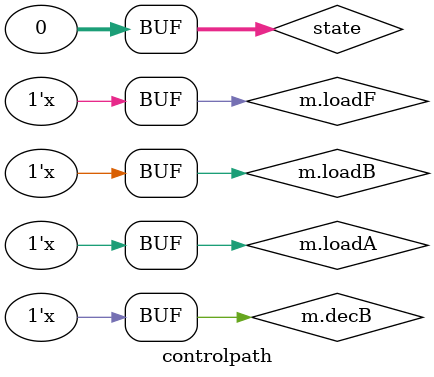
<source format=sv>
module controlpath(mul_interface m);
	//logic clk,zero,start,loadA,loadF,loadB,decB;
  typedef enum {s0,s1,s2,s3,s4} State;
	State state;
	always @(posedge m.clk)
	begin
		case(state)
			s0:  if(m.start) state=s1;
			s1:  state=s2;
			s2:  state=s3;
			s3:  if(m.zero) state=s4;
			s4:  state=s0;
			default: state=s0;
		endcase
	end
  always @(state)
	begin
		case(state)
				s0:  begin m.loadA=0; m.loadB=0; m.decB=0; end
				s1:  begin m.loadA=1;end
				s2:  begin m.loadA=0;m.loadB=1;m.decB=0; end
				s3:  begin m.loadA=0;m.loadB=0;m.decB=1;m.loadF=1; end
				s4:  begin m.loadA=0;m.loadB=0; m.decB=0; end
				default: state=s0;
		endcase
    end
endmodule
			  


</source>
